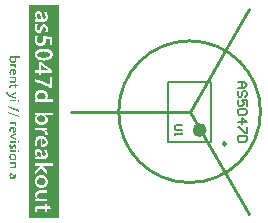
<source format=gto>
G04 Layer_Color=65535*
%FSLAX25Y25*%
%MOIN*%
G70*
G01*
G75*
%ADD20C,0.01000*%
%ADD21C,0.00984*%
%ADD22C,0.02362*%
%ADD23C,0.00787*%
%ADD24C,0.00600*%
G36*
X314753Y244701D02*
X312500D01*
Y245212D01*
X314753D01*
Y244701D01*
D02*
G37*
G36*
X315558Y245251D02*
X315586Y245245D01*
X315619Y245234D01*
X315652Y245217D01*
X315686Y245195D01*
X315719Y245167D01*
X315724Y245162D01*
X315730Y245151D01*
X315747Y245134D01*
X315763Y245106D01*
X315774Y245073D01*
X315791Y245040D01*
X315797Y244995D01*
X315802Y244951D01*
Y244945D01*
Y244929D01*
X315797Y244906D01*
X315791Y244873D01*
X315780Y244840D01*
X315769Y244807D01*
X315747Y244768D01*
X315719Y244734D01*
X315714Y244729D01*
X315702Y244718D01*
X315686Y244707D01*
X315664Y244684D01*
X315630Y244668D01*
X315597Y244657D01*
X315558Y244646D01*
X315514Y244640D01*
X315491D01*
X315469Y244646D01*
X315441Y244651D01*
X315408Y244662D01*
X315375Y244679D01*
X315342Y244701D01*
X315308Y244734D01*
X315303Y244740D01*
X315297Y244751D01*
X315281Y244768D01*
X315269Y244795D01*
X315253Y244829D01*
X315236Y244862D01*
X315231Y244906D01*
X315225Y244951D01*
Y244956D01*
Y244973D01*
X315231Y244995D01*
X315236Y245023D01*
X315258Y245095D01*
X315275Y245134D01*
X315303Y245167D01*
X315308Y245173D01*
X315319Y245178D01*
X315336Y245195D01*
X315358Y245212D01*
X315392Y245228D01*
X315425Y245239D01*
X315469Y245251D01*
X315514Y245256D01*
X315536D01*
X315558Y245251D01*
D02*
G37*
G36*
X314753Y247254D02*
X313177Y246755D01*
X313172D01*
X313149Y246743D01*
X313116Y246738D01*
X313072Y246727D01*
X313027Y246710D01*
X312972Y246699D01*
X312872Y246682D01*
Y246677D01*
X312877D01*
X312900Y246671D01*
X312927D01*
X312972Y246660D01*
X313016Y246655D01*
X313066Y246644D01*
X313166Y246616D01*
X314753Y246094D01*
Y245556D01*
X312500Y246427D01*
Y246976D01*
X314753Y247809D01*
Y247254D01*
D02*
G37*
G36*
Y251050D02*
X314287D01*
Y251039D01*
X314293D01*
X314298Y251034D01*
X314326Y251023D01*
X314370Y251006D01*
X314426Y250984D01*
X314481Y250950D01*
X314542Y250911D01*
X314603Y250867D01*
X314659Y250812D01*
X314665Y250806D01*
X314681Y250784D01*
X314703Y250751D01*
X314726Y250712D01*
X314748Y250656D01*
X314770Y250601D01*
X314787Y250534D01*
X314792Y250462D01*
Y250456D01*
Y250440D01*
Y250412D01*
X314787Y250384D01*
X314775Y250312D01*
X314764Y250279D01*
X314748Y250251D01*
X314265D01*
X314270Y250257D01*
X314276Y250268D01*
X314287Y250290D01*
X314304Y250318D01*
X314315Y250357D01*
X314326Y250401D01*
X314332Y250456D01*
X314337Y250518D01*
Y250529D01*
X314332Y250556D01*
X314326Y250595D01*
X314309Y250651D01*
X314287Y250712D01*
X314248Y250773D01*
X314198Y250839D01*
X314132Y250900D01*
X314121Y250906D01*
X314093Y250923D01*
X314049Y250950D01*
X313987Y250973D01*
X313904Y251000D01*
X313810Y251028D01*
X313699Y251045D01*
X313577Y251050D01*
X312500D01*
Y251561D01*
X314753D01*
Y251050D01*
D02*
G37*
G36*
X313704Y250029D02*
X313749Y250024D01*
X313799Y250018D01*
X313860Y250007D01*
X313921Y249996D01*
X314054Y249957D01*
X314198Y249901D01*
X314270Y249868D01*
X314337Y249824D01*
X314409Y249779D01*
X314470Y249724D01*
X314476Y249718D01*
X314487Y249707D01*
X314504Y249691D01*
X314520Y249668D01*
X314548Y249635D01*
X314576Y249602D01*
X314603Y249557D01*
X314637Y249507D01*
X314698Y249396D01*
X314753Y249263D01*
X314770Y249191D01*
X314787Y249113D01*
X314798Y249030D01*
X314803Y248947D01*
Y248941D01*
Y248925D01*
Y248902D01*
X314798Y248869D01*
X314792Y248830D01*
X314787Y248786D01*
X314764Y248686D01*
X314731Y248569D01*
X314676Y248453D01*
X314642Y248392D01*
X314603Y248336D01*
X314559Y248286D01*
X314504Y248236D01*
X314498Y248231D01*
X314493Y248225D01*
X314476Y248214D01*
X314448Y248198D01*
X314420Y248175D01*
X314381Y248153D01*
X314343Y248131D01*
X314293Y248109D01*
X314237Y248087D01*
X314176Y248064D01*
X314104Y248042D01*
X314032Y248020D01*
X313954Y248003D01*
X313871Y247992D01*
X313776Y247981D01*
X313488D01*
Y249518D01*
X313460D01*
X313438Y249513D01*
X313377Y249507D01*
X313310Y249491D01*
X313227Y249468D01*
X313149Y249430D01*
X313072Y249385D01*
X313000Y249324D01*
X312994Y249313D01*
X312972Y249291D01*
X312949Y249247D01*
X312916Y249191D01*
X312889Y249119D01*
X312861Y249036D01*
X312839Y248936D01*
X312833Y248819D01*
Y248814D01*
Y248802D01*
Y248786D01*
X312839Y248758D01*
Y248725D01*
X312844Y248692D01*
X312861Y248603D01*
X312889Y248497D01*
X312922Y248386D01*
X312977Y248275D01*
X313049Y248159D01*
X312639D01*
Y248164D01*
X312633Y248175D01*
X312622Y248192D01*
X312611Y248214D01*
X312594Y248248D01*
X312578Y248281D01*
X312561Y248325D01*
X312544Y248375D01*
X312528Y248431D01*
X312511Y248492D01*
X312494Y248558D01*
X312478Y248630D01*
X312456Y248791D01*
X312450Y248969D01*
Y248974D01*
Y248991D01*
Y249019D01*
X312456Y249052D01*
X312461Y249091D01*
X312467Y249141D01*
X312489Y249252D01*
X312522Y249380D01*
X312578Y249507D01*
X312617Y249574D01*
X312655Y249635D01*
X312700Y249696D01*
X312755Y249751D01*
X312761Y249757D01*
X312772Y249763D01*
X312789Y249779D01*
X312811Y249796D01*
X312844Y249818D01*
X312883Y249840D01*
X312927Y249868D01*
X312977Y249890D01*
X313033Y249918D01*
X313099Y249946D01*
X313172Y249968D01*
X313249Y249990D01*
X313333Y250007D01*
X313421Y250024D01*
X313516Y250029D01*
X313615Y250035D01*
X313666D01*
X313704Y250029D01*
D02*
G37*
G36*
X314193Y244168D02*
X314232Y244163D01*
X314276Y244157D01*
X314326Y244141D01*
X314376Y244124D01*
X314420Y244096D01*
X314426Y244091D01*
X314442Y244079D01*
X314465Y244063D01*
X314493Y244041D01*
X314526Y244013D01*
X314565Y243974D01*
X314631Y243891D01*
X314637Y243885D01*
X314648Y243869D01*
X314659Y243841D01*
X314681Y243802D01*
X314703Y243758D01*
X314720Y243708D01*
X314759Y243597D01*
Y243591D01*
X314764Y243569D01*
X314775Y243536D01*
X314781Y243491D01*
X314792Y243441D01*
X314798Y243380D01*
X314803Y243252D01*
Y243247D01*
Y243236D01*
Y243225D01*
Y243203D01*
X314798Y243142D01*
X314792Y243064D01*
X314781Y242981D01*
X314764Y242886D01*
X314742Y242786D01*
X314709Y242692D01*
X314259D01*
X314265Y242703D01*
X314287Y242736D01*
X314315Y242781D01*
X314343Y242847D01*
X314376Y242931D01*
X314398Y243019D01*
X314420Y243125D01*
X314426Y243236D01*
Y243241D01*
Y243252D01*
Y243269D01*
Y243297D01*
X314415Y243352D01*
X314404Y243413D01*
Y243419D01*
X314398Y243425D01*
X314392Y243458D01*
X314376Y243502D01*
X314348Y243547D01*
X314343Y243558D01*
X314326Y243580D01*
X314298Y243608D01*
X314265Y243635D01*
X314254Y243641D01*
X314232Y243647D01*
X314198Y243658D01*
X314154Y243663D01*
X314143D01*
X314109Y243658D01*
X314071Y243652D01*
X314032Y243635D01*
X314026Y243630D01*
X314004Y243613D01*
X313971Y243580D01*
X313943Y243541D01*
Y243536D01*
X313937Y243530D01*
X313921Y243502D01*
X313899Y243452D01*
X313871Y243397D01*
Y243391D01*
X313865Y243380D01*
X313860Y243363D01*
X313854Y243341D01*
X313832Y243280D01*
X313804Y243203D01*
Y243197D01*
X313793Y243180D01*
X313782Y243153D01*
X313765Y243114D01*
X313726Y243031D01*
X313682Y242942D01*
Y242936D01*
X313671Y242919D01*
X313660Y242903D01*
X313643Y242875D01*
X313599Y242809D01*
X313543Y242747D01*
X313538Y242742D01*
X313532Y242731D01*
X313516Y242720D01*
X313493Y242698D01*
X313432Y242659D01*
X313360Y242620D01*
X313355D01*
X313344Y242614D01*
X313321Y242603D01*
X313294Y242598D01*
X313260Y242586D01*
X313216Y242581D01*
X313122Y242575D01*
X313094D01*
X313061Y242581D01*
X313022Y242586D01*
X312972Y242592D01*
X312922Y242609D01*
X312872Y242625D01*
X312822Y242653D01*
X312816Y242659D01*
X312800Y242670D01*
X312777Y242686D01*
X312750Y242709D01*
X312716Y242736D01*
X312678Y242775D01*
X312644Y242814D01*
X312611Y242864D01*
X312606Y242869D01*
X312600Y242886D01*
X312583Y242914D01*
X312567Y242953D01*
X312544Y242997D01*
X312522Y243047D01*
X312506Y243108D01*
X312489Y243169D01*
Y243175D01*
X312483Y243197D01*
X312478Y243236D01*
X312472Y243280D01*
X312461Y243336D01*
X312456Y243397D01*
X312450Y243463D01*
Y243536D01*
Y243541D01*
Y243552D01*
Y243569D01*
Y243597D01*
X312456Y243630D01*
Y243663D01*
X312467Y243752D01*
X312478Y243852D01*
X312500Y243957D01*
X312528Y244068D01*
X312567Y244174D01*
X313038D01*
Y244168D01*
X313027Y244163D01*
X313016Y244146D01*
X313005Y244124D01*
X312972Y244063D01*
X312933Y243985D01*
X312889Y243891D01*
X312855Y243785D01*
X312833Y243669D01*
X312822Y243541D01*
Y243536D01*
Y243519D01*
Y243497D01*
X312827Y243469D01*
X312839Y243397D01*
X312855Y243308D01*
X312889Y243225D01*
X312938Y243153D01*
X312966Y243125D01*
X313005Y243103D01*
X313044Y243086D01*
X313094Y243080D01*
X313105D01*
X313138Y243086D01*
X313183Y243097D01*
X313227Y243119D01*
X313238Y243125D01*
X313260Y243147D01*
X313288Y243180D01*
X313321Y243225D01*
Y243230D01*
X313327Y243236D01*
X313349Y243269D01*
X313371Y243319D01*
X313399Y243386D01*
Y243391D01*
X313405Y243402D01*
X313410Y243419D01*
X313421Y243447D01*
X313443Y243508D01*
X313471Y243591D01*
Y243597D01*
X313482Y243613D01*
X313493Y243641D01*
X313505Y243674D01*
X313543Y243752D01*
X313588Y243841D01*
X313593Y243846D01*
X313599Y243858D01*
X313610Y243880D01*
X313627Y243907D01*
X313671Y243963D01*
X313726Y244024D01*
X313732Y244029D01*
X313743Y244035D01*
X313754Y244046D01*
X313776Y244063D01*
X313832Y244102D01*
X313904Y244135D01*
X313910D01*
X313921Y244141D01*
X313943Y244146D01*
X313971Y244152D01*
X314004Y244163D01*
X314043Y244168D01*
X314137Y244174D01*
X314165D01*
X314193Y244168D01*
D02*
G37*
G36*
X314753Y237708D02*
X314376D01*
Y237702D01*
X314381Y237697D01*
X314392Y237691D01*
X314415Y237675D01*
X314442Y237653D01*
X314476Y237630D01*
X314509Y237597D01*
X314548Y237558D01*
X314592Y237514D01*
X314631Y237464D01*
X314670Y237414D01*
X314737Y237286D01*
X314764Y237214D01*
X314787Y237136D01*
X314798Y237059D01*
X314803Y236970D01*
Y236964D01*
Y236953D01*
Y236937D01*
X314798Y236909D01*
X314792Y236842D01*
X314775Y236765D01*
X314748Y236670D01*
X314703Y236581D01*
X314642Y236487D01*
X314609Y236448D01*
X314565Y236409D01*
X314553Y236398D01*
X314520Y236376D01*
X314465Y236348D01*
X314387Y236310D01*
X314293Y236276D01*
X314176Y236243D01*
X314037Y236221D01*
X313876Y236215D01*
X312500D01*
Y236726D01*
X313826D01*
X313865Y236731D01*
X313910Y236737D01*
X313965Y236748D01*
X314082Y236781D01*
X314143Y236803D01*
X314198Y236831D01*
X314254Y236870D01*
X314298Y236914D01*
X314343Y236964D01*
X314370Y237025D01*
X314392Y237092D01*
X314398Y237170D01*
Y237181D01*
Y237209D01*
X314387Y237253D01*
X314376Y237308D01*
X314354Y237369D01*
X314326Y237436D01*
X314282Y237497D01*
X314220Y237558D01*
X314215Y237564D01*
X314187Y237580D01*
X314154Y237608D01*
X314104Y237630D01*
X314037Y237658D01*
X313965Y237686D01*
X313876Y237702D01*
X313782Y237708D01*
X312500D01*
Y238224D01*
X314753D01*
Y237708D01*
D02*
G37*
G36*
X313166Y234517D02*
X313205Y234511D01*
X313255Y234500D01*
X313310Y234484D01*
X313371Y234461D01*
X313438Y234428D01*
X313505Y234389D01*
X313566Y234339D01*
X313632Y234284D01*
X313688Y234211D01*
X313743Y234128D01*
X313788Y234028D01*
X313821Y233912D01*
X313849Y233784D01*
X313943Y233118D01*
X313965D01*
X313987Y233124D01*
X314015D01*
X314054Y233129D01*
X314093Y233140D01*
X314182Y233174D01*
X314226Y233202D01*
X314270Y233229D01*
X314309Y233268D01*
X314348Y233312D01*
X314376Y233362D01*
X314398Y233423D01*
X314415Y233496D01*
X314420Y233573D01*
Y233579D01*
Y233590D01*
Y233612D01*
X314415Y233640D01*
Y233679D01*
X314404Y233718D01*
X314387Y233818D01*
X314354Y233928D01*
X314304Y234051D01*
X314270Y234112D01*
X314237Y234178D01*
X314193Y234239D01*
X314143Y234300D01*
X314592D01*
Y234295D01*
X314603Y234284D01*
X314615Y234267D01*
X314626Y234239D01*
X314642Y234206D01*
X314659Y234162D01*
X314676Y234117D01*
X314698Y234062D01*
X314737Y233945D01*
X314770Y233806D01*
X314792Y233645D01*
X314803Y233479D01*
Y233468D01*
Y233440D01*
X314798Y233401D01*
X314792Y233346D01*
X314775Y233279D01*
X314759Y233207D01*
X314731Y233129D01*
X314698Y233052D01*
X314653Y232974D01*
X314598Y232896D01*
X314531Y232824D01*
X314448Y232757D01*
X314354Y232702D01*
X314243Y232663D01*
X314115Y232635D01*
X313965Y232624D01*
X312500D01*
Y233118D01*
X312850D01*
Y233129D01*
X312844D01*
X312833Y233140D01*
X312811Y233152D01*
X312789Y233174D01*
X312722Y233229D01*
X312650Y233301D01*
X312578Y233396D01*
X312511Y233518D01*
X312489Y233584D01*
X312467Y233651D01*
X312456Y233729D01*
X312450Y233812D01*
Y233818D01*
Y233829D01*
Y233845D01*
X312456Y233868D01*
X312461Y233928D01*
X312472Y234001D01*
X312494Y234084D01*
X312528Y234173D01*
X312567Y234256D01*
X312628Y234334D01*
X312639Y234339D01*
X312661Y234361D01*
X312700Y234395D01*
X312755Y234428D01*
X312822Y234461D01*
X312905Y234495D01*
X313000Y234517D01*
X313105Y234522D01*
X313133D01*
X313166Y234517D01*
D02*
G37*
G36*
X313693Y241055D02*
X313738Y241049D01*
X313793Y241044D01*
X313854Y241033D01*
X313921Y241021D01*
X314065Y240983D01*
X314137Y240955D01*
X314209Y240921D01*
X314282Y240888D01*
X314354Y240844D01*
X314420Y240794D01*
X314481Y240738D01*
X314487Y240733D01*
X314498Y240722D01*
X314509Y240705D01*
X314531Y240677D01*
X314553Y240644D01*
X314581Y240605D01*
X314615Y240561D01*
X314642Y240505D01*
X314670Y240444D01*
X314703Y240378D01*
X314731Y240305D01*
X314753Y240228D01*
X314775Y240144D01*
X314792Y240056D01*
X314798Y239961D01*
X314803Y239861D01*
Y239856D01*
Y239839D01*
Y239811D01*
X314798Y239773D01*
X314792Y239728D01*
X314787Y239678D01*
X314775Y239623D01*
X314764Y239562D01*
X314726Y239428D01*
X314670Y239290D01*
X314637Y239223D01*
X314598Y239162D01*
X314548Y239096D01*
X314493Y239040D01*
X314487Y239035D01*
X314476Y239029D01*
X314459Y239012D01*
X314437Y238996D01*
X314404Y238968D01*
X314365Y238946D01*
X314320Y238918D01*
X314270Y238890D01*
X314209Y238862D01*
X314148Y238835D01*
X314076Y238807D01*
X313999Y238785D01*
X313915Y238768D01*
X313826Y238752D01*
X313732Y238746D01*
X313632Y238740D01*
X313582D01*
X313543Y238746D01*
X313499Y238752D01*
X313443Y238757D01*
X313388Y238768D01*
X313321Y238779D01*
X313188Y238818D01*
X313116Y238846D01*
X313044Y238874D01*
X312972Y238912D01*
X312900Y238957D01*
X312833Y239007D01*
X312772Y239062D01*
X312766Y239068D01*
X312761Y239079D01*
X312744Y239096D01*
X312722Y239118D01*
X312700Y239151D01*
X312672Y239190D01*
X312639Y239234D01*
X312611Y239290D01*
X312583Y239345D01*
X312550Y239412D01*
X312522Y239478D01*
X312500Y239556D01*
X312478Y239639D01*
X312467Y239728D01*
X312456Y239817D01*
X312450Y239917D01*
Y239922D01*
Y239939D01*
Y239967D01*
X312456Y240006D01*
X312461Y240045D01*
X312467Y240100D01*
X312478Y240156D01*
X312489Y240217D01*
X312528Y240350D01*
X312583Y240489D01*
X312617Y240555D01*
X312661Y240622D01*
X312705Y240688D01*
X312761Y240749D01*
X312766Y240755D01*
X312777Y240761D01*
X312794Y240777D01*
X312816Y240799D01*
X312850Y240822D01*
X312889Y240849D01*
X312933Y240877D01*
X312983Y240905D01*
X313044Y240933D01*
X313105Y240960D01*
X313172Y240988D01*
X313249Y241010D01*
X313416Y241049D01*
X313505Y241055D01*
X313599Y241060D01*
X313654D01*
X313693Y241055D01*
D02*
G37*
G36*
X314753Y241582D02*
X312500D01*
Y242092D01*
X314753D01*
Y241582D01*
D02*
G37*
G36*
X315558Y242131D02*
X315586Y242126D01*
X315619Y242115D01*
X315652Y242098D01*
X315686Y242076D01*
X315719Y242048D01*
X315724Y242043D01*
X315730Y242032D01*
X315747Y242015D01*
X315763Y241987D01*
X315774Y241954D01*
X315791Y241920D01*
X315797Y241876D01*
X315802Y241832D01*
Y241826D01*
Y241810D01*
X315797Y241787D01*
X315791Y241754D01*
X315780Y241721D01*
X315769Y241687D01*
X315747Y241649D01*
X315719Y241615D01*
X315714Y241610D01*
X315702Y241599D01*
X315686Y241587D01*
X315664Y241565D01*
X315630Y241549D01*
X315597Y241538D01*
X315558Y241527D01*
X315514Y241521D01*
X315491D01*
X315469Y241527D01*
X315441Y241532D01*
X315408Y241543D01*
X315375Y241560D01*
X315342Y241582D01*
X315308Y241615D01*
X315303Y241621D01*
X315297Y241632D01*
X315281Y241649D01*
X315269Y241676D01*
X315253Y241710D01*
X315236Y241743D01*
X315231Y241787D01*
X315225Y241832D01*
Y241837D01*
Y241854D01*
X315231Y241876D01*
X315236Y241904D01*
X315258Y241976D01*
X315275Y242015D01*
X315303Y242048D01*
X315308Y242054D01*
X315319Y242059D01*
X315336Y242076D01*
X315358Y242092D01*
X315392Y242109D01*
X315425Y242120D01*
X315469Y242131D01*
X315514Y242137D01*
X315536D01*
X315558Y242131D01*
D02*
G37*
G36*
X315652Y253559D02*
Y253087D01*
X311978Y254613D01*
Y255068D01*
X315652Y253559D01*
D02*
G37*
G36*
X313704Y269260D02*
X313749Y269254D01*
X313799Y269249D01*
X313860Y269238D01*
X313921Y269227D01*
X314054Y269188D01*
X314198Y269132D01*
X314270Y269099D01*
X314337Y269054D01*
X314409Y269010D01*
X314470Y268955D01*
X314476Y268949D01*
X314487Y268938D01*
X314504Y268921D01*
X314520Y268899D01*
X314548Y268866D01*
X314576Y268832D01*
X314603Y268788D01*
X314637Y268738D01*
X314698Y268627D01*
X314753Y268494D01*
X314770Y268422D01*
X314787Y268344D01*
X314798Y268261D01*
X314803Y268178D01*
Y268172D01*
Y268155D01*
Y268133D01*
X314798Y268100D01*
X314792Y268061D01*
X314787Y268017D01*
X314764Y267917D01*
X314731Y267800D01*
X314676Y267684D01*
X314642Y267623D01*
X314603Y267567D01*
X314559Y267517D01*
X314504Y267467D01*
X314498Y267462D01*
X314493Y267456D01*
X314476Y267445D01*
X314448Y267428D01*
X314420Y267406D01*
X314381Y267384D01*
X314343Y267362D01*
X314293Y267339D01*
X314237Y267317D01*
X314176Y267295D01*
X314104Y267273D01*
X314032Y267251D01*
X313954Y267234D01*
X313871Y267223D01*
X313776Y267212D01*
X313488D01*
Y268749D01*
X313460D01*
X313438Y268744D01*
X313377Y268738D01*
X313310Y268722D01*
X313227Y268699D01*
X313149Y268660D01*
X313072Y268616D01*
X313000Y268555D01*
X312994Y268544D01*
X312972Y268522D01*
X312949Y268477D01*
X312916Y268422D01*
X312889Y268350D01*
X312861Y268266D01*
X312839Y268166D01*
X312833Y268050D01*
Y268044D01*
Y268033D01*
Y268017D01*
X312839Y267989D01*
Y267955D01*
X312844Y267922D01*
X312861Y267833D01*
X312889Y267728D01*
X312922Y267617D01*
X312977Y267506D01*
X313049Y267389D01*
X312639D01*
Y267395D01*
X312633Y267406D01*
X312622Y267423D01*
X312611Y267445D01*
X312594Y267478D01*
X312578Y267512D01*
X312561Y267556D01*
X312544Y267606D01*
X312528Y267661D01*
X312511Y267722D01*
X312494Y267789D01*
X312478Y267861D01*
X312456Y268022D01*
X312450Y268200D01*
Y268205D01*
Y268222D01*
Y268250D01*
X312456Y268283D01*
X312461Y268322D01*
X312467Y268372D01*
X312489Y268483D01*
X312522Y268610D01*
X312578Y268738D01*
X312617Y268805D01*
X312655Y268866D01*
X312700Y268927D01*
X312755Y268982D01*
X312761Y268988D01*
X312772Y268993D01*
X312789Y269010D01*
X312811Y269027D01*
X312844Y269049D01*
X312883Y269071D01*
X312927Y269099D01*
X312977Y269121D01*
X313033Y269149D01*
X313099Y269177D01*
X313172Y269199D01*
X313249Y269221D01*
X313333Y269238D01*
X313421Y269254D01*
X313516Y269260D01*
X313615Y269265D01*
X313666D01*
X313704Y269260D01*
D02*
G37*
G36*
X314753Y266213D02*
X314376D01*
Y266207D01*
X314381Y266202D01*
X314392Y266196D01*
X314415Y266180D01*
X314442Y266157D01*
X314476Y266135D01*
X314509Y266102D01*
X314548Y266063D01*
X314592Y266019D01*
X314631Y265969D01*
X314670Y265919D01*
X314737Y265791D01*
X314764Y265719D01*
X314787Y265641D01*
X314798Y265564D01*
X314803Y265475D01*
Y265469D01*
Y265458D01*
Y265441D01*
X314798Y265414D01*
X314792Y265347D01*
X314775Y265269D01*
X314748Y265175D01*
X314703Y265086D01*
X314642Y264992D01*
X314609Y264953D01*
X314565Y264914D01*
X314553Y264903D01*
X314520Y264881D01*
X314465Y264853D01*
X314387Y264814D01*
X314293Y264781D01*
X314176Y264748D01*
X314037Y264725D01*
X313876Y264720D01*
X312500D01*
Y265230D01*
X313826D01*
X313865Y265236D01*
X313910Y265242D01*
X313965Y265253D01*
X314082Y265286D01*
X314143Y265308D01*
X314198Y265336D01*
X314254Y265375D01*
X314298Y265419D01*
X314343Y265469D01*
X314370Y265530D01*
X314392Y265597D01*
X314398Y265674D01*
Y265686D01*
Y265713D01*
X314387Y265758D01*
X314376Y265813D01*
X314354Y265874D01*
X314326Y265941D01*
X314282Y266002D01*
X314220Y266063D01*
X314215Y266069D01*
X314187Y266085D01*
X314154Y266113D01*
X314104Y266135D01*
X314037Y266163D01*
X313965Y266191D01*
X313876Y266207D01*
X313782Y266213D01*
X312500D01*
Y266729D01*
X314753D01*
Y266213D01*
D02*
G37*
G36*
Y270281D02*
X314287D01*
Y270270D01*
X314293D01*
X314298Y270264D01*
X314326Y270253D01*
X314370Y270237D01*
X314426Y270214D01*
X314481Y270181D01*
X314542Y270142D01*
X314603Y270098D01*
X314659Y270042D01*
X314665Y270037D01*
X314681Y270015D01*
X314703Y269981D01*
X314726Y269942D01*
X314748Y269887D01*
X314770Y269831D01*
X314787Y269765D01*
X314792Y269693D01*
Y269687D01*
Y269671D01*
Y269643D01*
X314787Y269615D01*
X314775Y269543D01*
X314764Y269510D01*
X314748Y269482D01*
X314265D01*
X314270Y269487D01*
X314276Y269498D01*
X314287Y269521D01*
X314304Y269548D01*
X314315Y269587D01*
X314326Y269632D01*
X314332Y269687D01*
X314337Y269748D01*
Y269759D01*
X314332Y269787D01*
X314326Y269826D01*
X314309Y269881D01*
X314287Y269942D01*
X314248Y270004D01*
X314198Y270070D01*
X314132Y270131D01*
X314121Y270137D01*
X314093Y270153D01*
X314049Y270181D01*
X313987Y270203D01*
X313904Y270231D01*
X313810Y270259D01*
X313699Y270275D01*
X313577Y270281D01*
X312500D01*
Y270792D01*
X314753D01*
Y270281D01*
D02*
G37*
G36*
X329118Y219678D02*
X318898D01*
Y290510D01*
X329118D01*
Y219678D01*
D02*
G37*
G36*
X315836Y272995D02*
X314354D01*
Y272984D01*
X314359Y272978D01*
X314376Y272973D01*
X314398Y272956D01*
X314426Y272934D01*
X314459Y272906D01*
X314498Y272873D01*
X314537Y272834D01*
X314581Y272790D01*
X314620Y272740D01*
X314659Y272684D01*
X314698Y272618D01*
X314731Y272551D01*
X314764Y272473D01*
X314787Y272396D01*
X314798Y272312D01*
X314803Y272218D01*
Y272212D01*
Y272201D01*
Y272179D01*
X314798Y272146D01*
X314792Y272112D01*
X314787Y272068D01*
X314764Y271974D01*
X314731Y271868D01*
X314676Y271757D01*
X314642Y271702D01*
X314598Y271646D01*
X314553Y271596D01*
X314498Y271552D01*
X314493Y271546D01*
X314487Y271541D01*
X314465Y271530D01*
X314442Y271513D01*
X314415Y271497D01*
X314376Y271474D01*
X314332Y271452D01*
X314287Y271430D01*
X314232Y271408D01*
X314171Y271385D01*
X314104Y271363D01*
X314032Y271347D01*
X313871Y271319D01*
X313782Y271308D01*
X313632D01*
X313593Y271313D01*
X313549D01*
X313493Y271324D01*
X313432Y271330D01*
X313366Y271341D01*
X313222Y271374D01*
X313072Y271424D01*
X313000Y271452D01*
X312927Y271491D01*
X312855Y271530D01*
X312789Y271580D01*
X312783Y271585D01*
X312772Y271591D01*
X312755Y271607D01*
X312739Y271630D01*
X312711Y271657D01*
X312683Y271691D01*
X312650Y271730D01*
X312622Y271774D01*
X312556Y271879D01*
X312506Y272007D01*
X312483Y272079D01*
X312467Y272151D01*
X312456Y272235D01*
X312450Y272318D01*
Y272323D01*
Y272335D01*
Y272362D01*
X312456Y272390D01*
X312461Y272429D01*
X312472Y272468D01*
X312494Y272568D01*
X312539Y272673D01*
X312572Y272728D01*
X312606Y272784D01*
X312650Y272840D01*
X312700Y272889D01*
X312755Y272939D01*
X312822Y272984D01*
Y272995D01*
X312500D01*
Y273505D01*
X315836D01*
Y272995D01*
D02*
G37*
G36*
X314753Y263960D02*
X315269D01*
X315419Y263449D01*
X314753D01*
Y262911D01*
X314348D01*
Y263449D01*
X313188D01*
X313155Y263443D01*
X313110Y263438D01*
X313016Y263416D01*
X312972Y263399D01*
X312933Y263377D01*
X312927Y263371D01*
X312922Y263360D01*
X312905Y263344D01*
X312894Y263316D01*
X312877Y263282D01*
X312861Y263238D01*
X312855Y263188D01*
X312850Y263133D01*
Y263127D01*
Y263110D01*
X312855Y263088D01*
X312861Y263055D01*
X312883Y262983D01*
X312900Y262949D01*
X312927Y262911D01*
X312522D01*
X312517Y262916D01*
X312511Y262938D01*
X312500Y262972D01*
X312489Y263011D01*
X312472Y263066D01*
X312461Y263133D01*
X312456Y263210D01*
X312450Y263299D01*
Y263305D01*
Y263327D01*
X312456Y263360D01*
X312461Y263405D01*
X312467Y263455D01*
X312483Y263510D01*
X312500Y263565D01*
X312528Y263627D01*
X312561Y263693D01*
X312606Y263749D01*
X312655Y263804D01*
X312716Y263854D01*
X312789Y263898D01*
X312872Y263932D01*
X312966Y263954D01*
X313077Y263960D01*
X314348D01*
Y264331D01*
X314753D01*
Y263960D01*
D02*
G37*
G36*
X315558Y258981D02*
X315586Y258976D01*
X315619Y258965D01*
X315652Y258948D01*
X315686Y258926D01*
X315719Y258898D01*
X315724Y258892D01*
X315730Y258881D01*
X315747Y258865D01*
X315763Y258837D01*
X315774Y258804D01*
X315791Y258770D01*
X315797Y258726D01*
X315802Y258682D01*
Y258676D01*
Y258659D01*
X315797Y258637D01*
X315791Y258604D01*
X315780Y258571D01*
X315769Y258537D01*
X315747Y258498D01*
X315719Y258465D01*
X315714Y258459D01*
X315702Y258448D01*
X315686Y258437D01*
X315664Y258415D01*
X315630Y258399D01*
X315597Y258387D01*
X315558Y258376D01*
X315514Y258371D01*
X315491D01*
X315469Y258376D01*
X315441Y258382D01*
X315408Y258393D01*
X315375Y258410D01*
X315342Y258432D01*
X315308Y258465D01*
X315303Y258471D01*
X315297Y258482D01*
X315281Y258498D01*
X315269Y258526D01*
X315253Y258559D01*
X315236Y258593D01*
X315231Y258637D01*
X315225Y258682D01*
Y258687D01*
Y258704D01*
X315231Y258726D01*
X315236Y258754D01*
X315258Y258826D01*
X315275Y258865D01*
X315303Y258898D01*
X315308Y258904D01*
X315319Y258909D01*
X315336Y258926D01*
X315358Y258942D01*
X315392Y258959D01*
X315425Y258970D01*
X315469Y258981D01*
X315514Y258987D01*
X315536D01*
X315558Y258981D01*
D02*
G37*
G36*
X315652Y255424D02*
Y254952D01*
X311978Y256478D01*
Y256933D01*
X315652Y255424D01*
D02*
G37*
G36*
X314753Y258432D02*
X312500D01*
Y258942D01*
X314753D01*
Y258432D01*
D02*
G37*
G36*
Y260985D02*
X313116Y260446D01*
X313110D01*
X313099Y260441D01*
X313083D01*
X313061Y260435D01*
X313033Y260430D01*
X312994Y260419D01*
X312949Y260407D01*
Y260397D01*
X312961D01*
X312988Y260385D01*
X313038Y260374D01*
X313072Y260369D01*
X313110Y260358D01*
X314753Y259797D01*
Y259281D01*
X312139Y260297D01*
X312134Y260302D01*
X312111Y260313D01*
X312073Y260330D01*
X312028Y260352D01*
X311978Y260385D01*
X311917Y260424D01*
X311856Y260474D01*
X311790Y260524D01*
X311723Y260585D01*
X311662Y260652D01*
X311601Y260724D01*
X311551Y260807D01*
X311507Y260890D01*
X311468Y260985D01*
X311445Y261079D01*
X311440Y261185D01*
Y261190D01*
Y261212D01*
Y261240D01*
X311445Y261279D01*
X311457Y261368D01*
X311473Y261456D01*
X311895D01*
Y261451D01*
X311890Y261434D01*
X311884Y261412D01*
X311878Y261384D01*
X311862Y261312D01*
X311856Y261234D01*
Y261229D01*
Y261223D01*
X311862Y261185D01*
X311873Y261135D01*
X311890Y261073D01*
X311923Y261001D01*
X311978Y260935D01*
X312006Y260896D01*
X312045Y260863D01*
X312089Y260835D01*
X312139Y260807D01*
X312500Y260657D01*
X314753Y261551D01*
Y260985D01*
D02*
G37*
%LPC*%
G36*
X313849Y249518D02*
Y248475D01*
X313893D01*
X313943Y248481D01*
X314004Y248492D01*
X314071Y248508D01*
X314143Y248531D01*
X314209Y248558D01*
X314270Y248603D01*
X314276Y248608D01*
X314293Y248625D01*
X314320Y248653D01*
X314348Y248697D01*
X314376Y248747D01*
X314404Y248808D01*
X314420Y248875D01*
X314426Y248958D01*
Y248969D01*
Y248991D01*
X314420Y249036D01*
X314404Y249086D01*
X314387Y249141D01*
X314359Y249208D01*
X314320Y249269D01*
X314265Y249330D01*
X314259Y249335D01*
X314237Y249352D01*
X314198Y249380D01*
X314154Y249408D01*
X314093Y249441D01*
X314021Y249474D01*
X313937Y249496D01*
X313849Y249518D01*
D02*
G37*
G36*
X313155Y234034D02*
X313133D01*
X313105Y234028D01*
X313072Y234023D01*
X313038Y234012D01*
X313000Y233990D01*
X312961Y233967D01*
X312922Y233934D01*
X312916Y233928D01*
X312911Y233917D01*
X312894Y233890D01*
X312877Y233862D01*
X312861Y233818D01*
X312850Y233773D01*
X312839Y233718D01*
X312833Y233657D01*
Y233645D01*
Y233618D01*
X312844Y233573D01*
X312855Y233523D01*
X312872Y233462D01*
X312900Y233396D01*
X312938Y233335D01*
X312994Y233274D01*
X313000Y233268D01*
X313022Y233251D01*
X313061Y233224D01*
X313110Y233196D01*
X313172Y233168D01*
X313238Y233140D01*
X313321Y233124D01*
X313410Y233118D01*
X313604D01*
X313538Y233590D01*
Y233601D01*
X313532Y233629D01*
X313527Y233668D01*
X313516Y233712D01*
X313482Y233823D01*
X313460Y233878D01*
X313432Y233923D01*
X313427Y233928D01*
X313416Y233940D01*
X313399Y233956D01*
X313371Y233979D01*
X313333Y234001D01*
X313282Y234017D01*
X313227Y234028D01*
X313155Y234034D01*
D02*
G37*
G36*
X313610Y240539D02*
X313577D01*
X313549Y240533D01*
X313488Y240527D01*
X313405Y240516D01*
X313316Y240494D01*
X313222Y240461D01*
X313133Y240422D01*
X313049Y240361D01*
X313038Y240350D01*
X313016Y240328D01*
X312988Y240289D01*
X312949Y240233D01*
X312911Y240167D01*
X312883Y240089D01*
X312861Y239995D01*
X312850Y239889D01*
Y239884D01*
Y239878D01*
Y239861D01*
X312855Y239839D01*
X312861Y239784D01*
X312877Y239717D01*
X312900Y239645D01*
X312933Y239567D01*
X312983Y239495D01*
X313049Y239428D01*
X313061Y239423D01*
X313088Y239401D01*
X313133Y239379D01*
X313194Y239345D01*
X313277Y239317D01*
X313377Y239290D01*
X313488Y239273D01*
X313621Y239268D01*
X313682D01*
X313749Y239273D01*
X313832Y239290D01*
X313926Y239306D01*
X314021Y239334D01*
X314109Y239373D01*
X314193Y239428D01*
X314204Y239434D01*
X314226Y239456D01*
X314259Y239495D01*
X314298Y239545D01*
X314332Y239612D01*
X314365Y239689D01*
X314387Y239784D01*
X314398Y239889D01*
Y239895D01*
Y239900D01*
Y239917D01*
X314392Y239939D01*
X314387Y239995D01*
X314370Y240061D01*
X314348Y240139D01*
X314309Y240217D01*
X314259Y240294D01*
X314187Y240367D01*
X314176Y240372D01*
X314148Y240394D01*
X314104Y240422D01*
X314037Y240450D01*
X313954Y240483D01*
X313854Y240511D01*
X313738Y240533D01*
X313610Y240539D01*
D02*
G37*
G36*
X313849Y268749D02*
Y267706D01*
X313893D01*
X313943Y267711D01*
X314004Y267722D01*
X314071Y267739D01*
X314143Y267761D01*
X314209Y267789D01*
X314270Y267833D01*
X314276Y267839D01*
X314293Y267856D01*
X314320Y267883D01*
X314348Y267928D01*
X314376Y267978D01*
X314404Y268039D01*
X314420Y268105D01*
X314426Y268189D01*
Y268200D01*
Y268222D01*
X314420Y268266D01*
X314404Y268316D01*
X314387Y268372D01*
X314359Y268438D01*
X314320Y268499D01*
X314265Y268561D01*
X314259Y268566D01*
X314237Y268583D01*
X314198Y268610D01*
X314154Y268638D01*
X314093Y268671D01*
X314021Y268705D01*
X313937Y268727D01*
X313849Y268749D01*
D02*
G37*
G36*
X327118Y254702D02*
X321000D01*
Y253766D01*
X321590D01*
Y253746D01*
X321468Y253664D01*
X321367Y253572D01*
X321275Y253481D01*
X321193Y253379D01*
X321132Y253277D01*
X321071Y253175D01*
X320990Y252982D01*
X320949Y252799D01*
X320929Y252728D01*
X320919Y252656D01*
X320908Y252605D01*
Y252554D01*
Y252534D01*
Y252524D01*
X320919Y252371D01*
X320939Y252219D01*
X320970Y252086D01*
X321010Y251954D01*
X321102Y251720D01*
X321224Y251526D01*
X321275Y251445D01*
X321336Y251374D01*
X321387Y251312D01*
X321438Y251262D01*
X321468Y251221D01*
X321499Y251190D01*
X321519Y251180D01*
X321529Y251170D01*
X321652Y251078D01*
X321784Y251007D01*
X321916Y250936D01*
X322048Y250885D01*
X322323Y250793D01*
X322588Y250732D01*
X322710Y250712D01*
X322822Y250702D01*
X322924Y250681D01*
X323006D01*
X323077Y250671D01*
X323352D01*
X323515Y250692D01*
X323810Y250742D01*
X323942Y250773D01*
X324064Y250814D01*
X324176Y250854D01*
X324278Y250895D01*
X324359Y250936D01*
X324441Y250976D01*
X324512Y251017D01*
X324563Y251048D01*
X324604Y251078D01*
X324644Y251099D01*
X324655Y251109D01*
X324665Y251119D01*
X324767Y251201D01*
X324848Y251292D01*
X324929Y251394D01*
X324991Y251496D01*
X325092Y251699D01*
X325153Y251893D01*
X325194Y252066D01*
X325204Y252147D01*
X325215Y252208D01*
X325225Y252269D01*
Y252310D01*
Y252330D01*
Y252341D01*
X325215Y252514D01*
X325194Y252666D01*
X325153Y252809D01*
X325092Y252951D01*
X325031Y253074D01*
X324960Y253196D01*
X324889Y253298D01*
X324817Y253389D01*
X324736Y253471D01*
X324665Y253542D01*
X324593Y253603D01*
X324533Y253654D01*
X324482Y253695D01*
X324441Y253725D01*
X324410Y253735D01*
X324400Y253746D01*
Y253766D01*
X327118D01*
Y254702D01*
D02*
G37*
G36*
X325133Y249724D02*
X321000D01*
Y248788D01*
X322975D01*
X323199Y248778D01*
X323403Y248747D01*
X323575Y248696D01*
X323728Y248645D01*
X323840Y248605D01*
X323922Y248554D01*
X323973Y248523D01*
X323993Y248513D01*
X324115Y248401D01*
X324207Y248279D01*
X324278Y248167D01*
X324319Y248055D01*
X324349Y247953D01*
X324359Y247882D01*
X324370Y247831D01*
Y247811D01*
X324359Y247699D01*
X324349Y247597D01*
X324329Y247515D01*
X324308Y247444D01*
X324278Y247393D01*
X324258Y247352D01*
X324247Y247332D01*
X324237Y247322D01*
X325123D01*
X325153Y247373D01*
X325174Y247434D01*
X325194Y247566D01*
X325204Y247617D01*
Y247668D01*
Y247699D01*
Y247709D01*
X325194Y247841D01*
X325164Y247963D01*
X325123Y248065D01*
X325082Y248167D01*
X325042Y248238D01*
X325001Y248299D01*
X324970Y248340D01*
X324960Y248350D01*
X324858Y248452D01*
X324746Y248533D01*
X324634Y248605D01*
X324533Y248666D01*
X324431Y248706D01*
X324349Y248737D01*
X324298Y248757D01*
X324288Y248767D01*
X324278D01*
Y248788D01*
X325133D01*
Y249724D01*
D02*
G37*
G36*
X323056Y271540D02*
X322262D01*
Y268924D01*
X321000D01*
Y268008D01*
X322262D01*
Y267153D01*
X323046D01*
Y268008D01*
X326782D01*
Y268954D01*
X326446Y269117D01*
X326294Y269199D01*
X326151Y269280D01*
X326029Y269351D01*
X325927Y269402D01*
X325866Y269443D01*
X325856Y269453D01*
X325846D01*
X325662Y269565D01*
X325489Y269677D01*
X325326Y269789D01*
X325174Y269881D01*
X325052Y269972D01*
X324950Y270034D01*
X324889Y270074D01*
X324879Y270095D01*
X324868D01*
X324695Y270227D01*
X324522Y270349D01*
X324359Y270471D01*
X324217Y270583D01*
X324095Y270675D01*
X324003Y270756D01*
X323942Y270797D01*
X323932Y270817D01*
X323922D01*
X323749Y270950D01*
X323586Y271082D01*
X323443Y271204D01*
X323311Y271316D01*
X323209Y271408D01*
X323128Y271479D01*
X323077Y271520D01*
X323056Y271540D01*
D02*
G37*
G36*
X326782Y266705D02*
X325988D01*
Y263966D01*
X325754Y264088D01*
X325520Y264211D01*
X325306Y264312D01*
X325113Y264414D01*
X324950Y264496D01*
X324879Y264526D01*
X324828Y264557D01*
X324777Y264577D01*
X324746Y264597D01*
X324726Y264608D01*
X324716D01*
X324482Y264720D01*
X324258Y264811D01*
X324054Y264903D01*
X323861Y264984D01*
X323708Y265055D01*
X323637Y265086D01*
X323586Y265106D01*
X323535Y265127D01*
X323504Y265137D01*
X323484Y265147D01*
X323474D01*
X323240Y265229D01*
X323016Y265310D01*
X322812Y265381D01*
X322619Y265442D01*
X322466Y265493D01*
X322395Y265514D01*
X322344Y265534D01*
X322293Y265544D01*
X322262Y265554D01*
X322242Y265564D01*
X322232D01*
X322008Y265626D01*
X321784Y265687D01*
X321570Y265727D01*
X321387Y265768D01*
X321224Y265799D01*
X321163Y265809D01*
X321112Y265819D01*
X321061Y265829D01*
X321030Y265839D01*
X321000D01*
Y264862D01*
X321254Y264821D01*
X321509Y264770D01*
X321733Y264720D01*
X321937Y264679D01*
X322110Y264638D01*
X322181Y264618D01*
X322242Y264597D01*
X322293Y264587D01*
X322323Y264577D01*
X322344Y264567D01*
X322354D01*
X322608Y264496D01*
X322843Y264414D01*
X323066Y264333D01*
X323270Y264261D01*
X323443Y264200D01*
X323515Y264180D01*
X323575Y264149D01*
X323626Y264129D01*
X323657Y264119D01*
X323677Y264109D01*
X323688D01*
X323932Y264007D01*
X324176Y263905D01*
X324390Y263813D01*
X324593Y263722D01*
X324756Y263640D01*
X324828Y263610D01*
X324889Y263579D01*
X324940Y263559D01*
X324970Y263539D01*
X324991Y263528D01*
X325001D01*
X325245Y263406D01*
X325479Y263284D01*
X325703Y263162D01*
X325907Y263060D01*
X326070Y262969D01*
X326141Y262928D01*
X326202Y262897D01*
X326253Y262877D01*
X326283Y262857D01*
X326304Y262836D01*
X326782D01*
Y266705D01*
D02*
G37*
G36*
X323066Y262215D02*
X322965D01*
X322792Y262205D01*
X322629Y262195D01*
X322466Y262175D01*
X322323Y262144D01*
X322191Y262113D01*
X322069Y262073D01*
X321957Y262032D01*
X321855Y261981D01*
X321763Y261940D01*
X321682Y261900D01*
X321611Y261859D01*
X321560Y261828D01*
X321519Y261798D01*
X321489Y261777D01*
X321468Y261757D01*
X321458D01*
X321367Y261666D01*
X321275Y261574D01*
X321204Y261472D01*
X321143Y261370D01*
X321041Y261167D01*
X320980Y260973D01*
X320939Y260800D01*
X320929Y260729D01*
X320919Y260658D01*
X320908Y260607D01*
Y260566D01*
Y260546D01*
Y260536D01*
X320919Y260363D01*
X320939Y260200D01*
X320980Y260057D01*
X321030Y259915D01*
X321092Y259792D01*
X321153Y259680D01*
X321224Y259579D01*
X321305Y259487D01*
X321377Y259406D01*
X321448Y259334D01*
X321509Y259273D01*
X321570Y259222D01*
X321621Y259192D01*
X321662Y259161D01*
X321682Y259141D01*
X321692D01*
Y259120D01*
X321000D01*
Y258184D01*
X327118D01*
Y259120D01*
X324553D01*
Y259141D01*
X324675Y259212D01*
X324777Y259304D01*
X324868Y259395D01*
X324940Y259487D01*
X325011Y259589D01*
X325062Y259691D01*
X325143Y259884D01*
X325194Y260067D01*
X325204Y260149D01*
X325215Y260220D01*
X325225Y260271D01*
Y260312D01*
Y260342D01*
Y260352D01*
X325215Y260505D01*
X325194Y260658D01*
X325164Y260790D01*
X325133Y260922D01*
X325031Y261157D01*
X324919Y261350D01*
X324858Y261431D01*
X324797Y261503D01*
X324746Y261564D01*
X324706Y261615D01*
X324665Y261655D01*
X324634Y261686D01*
X324614Y261696D01*
X324604Y261706D01*
X324482Y261798D01*
X324359Y261869D01*
X324227Y261940D01*
X324095Y262001D01*
X323820Y262093D01*
X323555Y262154D01*
X323433Y262175D01*
X323321Y262185D01*
X323219Y262195D01*
X323138Y262205D01*
X323066Y262215D01*
D02*
G37*
G36*
X323138Y246925D02*
X323046D01*
X322863Y246915D01*
X322690Y246904D01*
X322527Y246874D01*
X322374Y246843D01*
X322232Y246803D01*
X322099Y246762D01*
X321977Y246711D01*
X321876Y246660D01*
X321784Y246620D01*
X321702Y246569D01*
X321631Y246528D01*
X321570Y246487D01*
X321529Y246457D01*
X321499Y246426D01*
X321479Y246416D01*
X321468Y246406D01*
X321367Y246304D01*
X321285Y246192D01*
X321214Y246080D01*
X321143Y245958D01*
X321041Y245724D01*
X320980Y245490D01*
X320939Y245286D01*
X320929Y245194D01*
X320919Y245123D01*
X320908Y245062D01*
Y245011D01*
Y244981D01*
Y244970D01*
X320919Y244645D01*
X320959Y244349D01*
X320990Y244217D01*
X321020Y244095D01*
X321051Y243983D01*
X321081Y243881D01*
X321112Y243789D01*
X321143Y243708D01*
X321173Y243647D01*
X321204Y243586D01*
X321224Y243545D01*
X321244Y243515D01*
X321254Y243494D01*
Y243484D01*
X322008D01*
X321876Y243698D01*
X321774Y243901D01*
X321713Y244105D01*
X321662Y244298D01*
X321631Y244461D01*
X321621Y244522D01*
Y244584D01*
X321611Y244634D01*
Y244665D01*
Y244685D01*
Y244695D01*
X321621Y244909D01*
X321662Y245093D01*
X321713Y245245D01*
X321763Y245377D01*
X321825Y245479D01*
X321865Y245561D01*
X321906Y245602D01*
X321916Y245622D01*
X322048Y245734D01*
X322191Y245815D01*
X322334Y245886D01*
X322486Y245927D01*
X322608Y245958D01*
X322720Y245968D01*
X322761Y245978D01*
X322812D01*
Y243158D01*
X323341D01*
X323515Y243179D01*
X323667Y243199D01*
X323810Y243230D01*
X323942Y243270D01*
X324074Y243311D01*
X324186Y243352D01*
X324288Y243392D01*
X324380Y243433D01*
X324451Y243474D01*
X324522Y243515D01*
X324573Y243555D01*
X324624Y243586D01*
X324655Y243606D01*
X324665Y243616D01*
X324675Y243627D01*
X324777Y243718D01*
X324858Y243810D01*
X324929Y243912D01*
X324991Y244024D01*
X325092Y244237D01*
X325153Y244451D01*
X325194Y244634D01*
X325204Y244716D01*
X325215Y244787D01*
X325225Y244848D01*
Y244889D01*
Y244919D01*
Y244930D01*
X325215Y245082D01*
X325194Y245235D01*
X325164Y245377D01*
X325133Y245510D01*
X325031Y245754D01*
X324919Y245958D01*
X324858Y246049D01*
X324807Y246131D01*
X324756Y246192D01*
X324706Y246253D01*
X324675Y246294D01*
X324644Y246324D01*
X324624Y246345D01*
X324614Y246355D01*
X324502Y246457D01*
X324370Y246538D01*
X324247Y246620D01*
X324115Y246681D01*
X323850Y246782D01*
X323606Y246854D01*
X323494Y246874D01*
X323382Y246894D01*
X323290Y246904D01*
X323209Y246915D01*
X323138Y246925D01*
D02*
G37*
G36*
X323117Y233884D02*
X323016D01*
X322843Y233874D01*
X322680Y233864D01*
X322374Y233793D01*
X322232Y233752D01*
X322110Y233701D01*
X321998Y233650D01*
X321886Y233599D01*
X321794Y233548D01*
X321713Y233498D01*
X321641Y233447D01*
X321580Y233406D01*
X321539Y233365D01*
X321509Y233335D01*
X321489Y233324D01*
X321479Y233314D01*
X321377Y233202D01*
X321295Y233080D01*
X321214Y232958D01*
X321153Y232836D01*
X321051Y232581D01*
X320980Y232337D01*
X320959Y232225D01*
X320939Y232123D01*
X320929Y232021D01*
X320919Y231950D01*
X320908Y231879D01*
Y231828D01*
Y231797D01*
Y231787D01*
X320919Y231604D01*
X320939Y231441D01*
X320959Y231278D01*
X321000Y231125D01*
X321041Y230983D01*
X321092Y230861D01*
X321153Y230739D01*
X321204Y230637D01*
X321254Y230535D01*
X321316Y230454D01*
X321367Y230382D01*
X321407Y230321D01*
X321448Y230281D01*
X321479Y230250D01*
X321489Y230230D01*
X321499Y230220D01*
X321611Y230118D01*
X321733Y230026D01*
X321865Y229945D01*
X321998Y229873D01*
X322130Y229822D01*
X322262Y229772D01*
X322507Y229700D01*
X322629Y229680D01*
X322731Y229660D01*
X322832Y229649D01*
X322914Y229639D01*
X322985Y229629D01*
X323077D01*
X323260Y229639D01*
X323433Y229649D01*
X323596Y229680D01*
X323749Y229711D01*
X323891Y229751D01*
X324024Y229802D01*
X324135Y229853D01*
X324247Y229904D01*
X324339Y229955D01*
X324420Y230006D01*
X324492Y230046D01*
X324553Y230097D01*
X324593Y230128D01*
X324624Y230158D01*
X324644Y230169D01*
X324655Y230179D01*
X324756Y230281D01*
X324848Y230403D01*
X324919Y230515D01*
X324980Y230637D01*
X325082Y230891D01*
X325153Y231136D01*
X325174Y231248D01*
X325194Y231349D01*
X325204Y231441D01*
X325215Y231522D01*
X325225Y231594D01*
Y231645D01*
Y231675D01*
Y231685D01*
X325215Y231869D01*
X325204Y232042D01*
X325174Y232205D01*
X325133Y232357D01*
X325092Y232500D01*
X325042Y232632D01*
X324980Y232754D01*
X324929Y232866D01*
X324879Y232968D01*
X324817Y233050D01*
X324767Y233121D01*
X324726Y233182D01*
X324685Y233233D01*
X324665Y233263D01*
X324644Y233284D01*
X324634Y233294D01*
X324522Y233396D01*
X324400Y233487D01*
X324268Y233569D01*
X324135Y233630D01*
X324003Y233691D01*
X323871Y233742D01*
X323606Y233813D01*
X323484Y233833D01*
X323372Y233854D01*
X323270Y233864D01*
X323189Y233874D01*
X323117Y233884D01*
D02*
G37*
G36*
X325133Y224285D02*
X324390D01*
Y223603D01*
X322059D01*
X321855Y223592D01*
X321682Y223552D01*
X321529Y223491D01*
X321397Y223409D01*
X321285Y223318D01*
X321193Y223216D01*
X321112Y223114D01*
X321051Y222992D01*
X321000Y222880D01*
X320970Y222778D01*
X320939Y222676D01*
X320929Y222585D01*
X320919Y222503D01*
X320908Y222442D01*
Y222401D01*
Y222391D01*
X320919Y222228D01*
X320929Y222086D01*
X320949Y221964D01*
X320980Y221862D01*
X321000Y221791D01*
X321020Y221729D01*
X321030Y221689D01*
X321041Y221678D01*
X321784D01*
X321733Y221750D01*
X321702Y221811D01*
X321662Y221943D01*
X321652Y222004D01*
X321641Y222045D01*
Y222076D01*
Y222086D01*
X321652Y222187D01*
X321662Y222279D01*
X321692Y222360D01*
X321723Y222422D01*
X321743Y222473D01*
X321774Y222503D01*
X321784Y222523D01*
X321794Y222534D01*
X321865Y222574D01*
X321947Y222605D01*
X322120Y222646D01*
X322201Y222656D01*
X322262Y222666D01*
X324390D01*
Y221678D01*
X325133D01*
Y222666D01*
X326355D01*
X326080Y223603D01*
X325133D01*
Y224285D01*
D02*
G37*
G36*
Y228764D02*
X322497D01*
X322354Y228743D01*
X322079Y228703D01*
X321845Y228631D01*
X321652Y228530D01*
X321479Y228428D01*
X321336Y228295D01*
X321224Y228163D01*
X321132Y228031D01*
X321051Y227899D01*
X321000Y227766D01*
X320959Y227634D01*
X320939Y227522D01*
X320919Y227430D01*
X320908Y227359D01*
Y227318D01*
Y227298D01*
X320919Y227145D01*
X320939Y226992D01*
X320980Y226860D01*
X321020Y226738D01*
X321081Y226616D01*
X321143Y226514D01*
X321214Y226422D01*
X321285Y226341D01*
X321417Y226198D01*
X321539Y226107D01*
X321580Y226066D01*
X321621Y226046D01*
X321641Y226025D01*
X321652D01*
Y226015D01*
X321000D01*
Y225079D01*
X325133D01*
Y226015D01*
X322751D01*
X322578Y226025D01*
X322415Y226056D01*
X322283Y226097D01*
X322161Y226148D01*
X322069Y226198D01*
X321998Y226239D01*
X321957Y226270D01*
X321947Y226280D01*
X321845Y226382D01*
X321774Y226494D01*
X321713Y226616D01*
X321682Y226718D01*
X321662Y226819D01*
X321652Y226891D01*
X321641Y226941D01*
Y226962D01*
X321652Y227115D01*
X321692Y227247D01*
X321743Y227359D01*
X321814Y227461D01*
X321896Y227542D01*
X321998Y227613D01*
X322089Y227675D01*
X322201Y227715D01*
X322405Y227776D01*
X322497Y227797D01*
X322578Y227817D01*
X322649D01*
X322700Y227827D01*
X325133D01*
Y228764D01*
D02*
G37*
G36*
X322161Y242578D02*
X322110D01*
X321916Y242568D01*
X321743Y242527D01*
X321590Y242466D01*
X321468Y242405D01*
X321367Y242344D01*
X321295Y242283D01*
X321254Y242242D01*
X321234Y242232D01*
X321122Y242089D01*
X321051Y241937D01*
X320990Y241774D01*
X320949Y241621D01*
X320929Y241489D01*
X320919Y241377D01*
X320908Y241336D01*
Y241305D01*
Y241285D01*
Y241275D01*
X320919Y241122D01*
X320939Y240980D01*
X320980Y240858D01*
X321020Y240735D01*
X321143Y240511D01*
X321275Y240338D01*
X321407Y240206D01*
X321529Y240104D01*
X321570Y240064D01*
X321611Y240043D01*
X321631Y240023D01*
X321641D01*
Y240002D01*
X321000D01*
Y239096D01*
X323688D01*
X323962Y239117D01*
X324197Y239168D01*
X324400Y239239D01*
X324573Y239341D01*
X324726Y239463D01*
X324848Y239595D01*
X324950Y239738D01*
X325031Y239880D01*
X325092Y240023D01*
X325143Y240165D01*
X325174Y240298D01*
X325204Y240420D01*
X325215Y240522D01*
X325225Y240593D01*
Y240644D01*
Y240664D01*
X325204Y240970D01*
X325164Y241265D01*
X325102Y241519D01*
X325031Y241733D01*
X324991Y241835D01*
X324960Y241916D01*
X324929Y241998D01*
X324899Y242059D01*
X324879Y242110D01*
X324858Y242140D01*
X324838Y242161D01*
Y242171D01*
X324013D01*
X324105Y242059D01*
X324186Y241947D01*
X324247Y241825D01*
X324308Y241713D01*
X324400Y241489D01*
X324461Y241285D01*
X324492Y241102D01*
X324512Y241031D01*
Y240959D01*
X324522Y240909D01*
Y240868D01*
Y240847D01*
Y240837D01*
X324512Y240695D01*
X324482Y240562D01*
X324441Y240450D01*
X324390Y240359D01*
X324319Y240277D01*
X324247Y240206D01*
X324166Y240155D01*
X324084Y240104D01*
X323922Y240043D01*
X323850Y240023D01*
X323779Y240013D01*
X323728D01*
X323688Y240002D01*
X323647D01*
X323474Y241224D01*
X323423Y241458D01*
X323362Y241672D01*
X323280Y241855D01*
X323179Y242008D01*
X323077Y242140D01*
X322955Y242242D01*
X322843Y242334D01*
X322720Y242405D01*
X322598Y242466D01*
X322486Y242507D01*
X322385Y242537D01*
X322293Y242558D01*
X322222Y242568D01*
X322161Y242578D01*
D02*
G37*
G36*
X327118Y237956D02*
X321000D01*
Y237010D01*
X322985D01*
Y236999D01*
X321000Y235391D01*
Y234200D01*
X323138Y236063D01*
X325133Y234353D01*
Y235483D01*
X323240Y236999D01*
Y237010D01*
X327118D01*
Y237956D01*
D02*
G37*
G36*
X322161Y288510D02*
X322110D01*
X321916Y288500D01*
X321743Y288459D01*
X321590Y288398D01*
X321468Y288337D01*
X321367Y288276D01*
X321295Y288215D01*
X321254Y288174D01*
X321234Y288164D01*
X321122Y288021D01*
X321051Y287869D01*
X320990Y287706D01*
X320949Y287553D01*
X320929Y287421D01*
X320919Y287309D01*
X320908Y287268D01*
Y287238D01*
Y287217D01*
Y287207D01*
X320919Y287054D01*
X320939Y286912D01*
X320980Y286790D01*
X321020Y286668D01*
X321143Y286444D01*
X321275Y286271D01*
X321407Y286138D01*
X321529Y286036D01*
X321570Y285996D01*
X321611Y285975D01*
X321631Y285955D01*
X321641D01*
Y285935D01*
X321000D01*
Y285029D01*
X323688D01*
X323962Y285049D01*
X324197Y285100D01*
X324400Y285171D01*
X324573Y285273D01*
X324726Y285395D01*
X324848Y285527D01*
X324950Y285670D01*
X325031Y285812D01*
X325092Y285955D01*
X325143Y286098D01*
X325174Y286230D01*
X325204Y286352D01*
X325215Y286454D01*
X325225Y286525D01*
Y286576D01*
Y286596D01*
X325204Y286902D01*
X325164Y287197D01*
X325102Y287452D01*
X325031Y287665D01*
X324991Y287767D01*
X324960Y287848D01*
X324929Y287930D01*
X324899Y287991D01*
X324879Y288042D01*
X324858Y288072D01*
X324838Y288093D01*
Y288103D01*
X324013D01*
X324105Y287991D01*
X324186Y287879D01*
X324247Y287757D01*
X324308Y287645D01*
X324400Y287421D01*
X324461Y287217D01*
X324492Y287034D01*
X324512Y286963D01*
Y286892D01*
X324522Y286841D01*
Y286800D01*
Y286780D01*
Y286769D01*
X324512Y286627D01*
X324482Y286494D01*
X324441Y286383D01*
X324390Y286291D01*
X324319Y286210D01*
X324247Y286138D01*
X324166Y286087D01*
X324084Y286036D01*
X323922Y285975D01*
X323850Y285955D01*
X323779Y285945D01*
X323728D01*
X323688Y285935D01*
X323647D01*
X323474Y287156D01*
X323423Y287390D01*
X323362Y287604D01*
X323280Y287787D01*
X323179Y287940D01*
X323077Y288072D01*
X322955Y288174D01*
X322843Y288266D01*
X322720Y288337D01*
X322598Y288398D01*
X322486Y288439D01*
X322385Y288470D01*
X322293Y288490D01*
X322222Y288500D01*
X322161Y288510D01*
D02*
G37*
G36*
X324054Y284143D02*
X324003D01*
X323830Y284133D01*
X323759Y284123D01*
X323698Y284102D01*
X323647Y284092D01*
X323606Y284082D01*
X323586Y284072D01*
X323575D01*
X323443Y284011D01*
X323341Y283939D01*
X323301Y283909D01*
X323280Y283889D01*
X323260Y283878D01*
X323250Y283868D01*
X323148Y283756D01*
X323066Y283654D01*
X323036Y283603D01*
X323016Y283563D01*
X323006Y283542D01*
X322995Y283532D01*
X322914Y283369D01*
X322843Y283227D01*
X322822Y283166D01*
X322802Y283115D01*
X322781Y283084D01*
Y283074D01*
X322731Y282921D01*
X322690Y282809D01*
X322670Y282758D01*
X322659Y282728D01*
X322649Y282708D01*
Y282697D01*
X322598Y282575D01*
X322557Y282484D01*
X322517Y282422D01*
X322507Y282412D01*
Y282402D01*
X322446Y282321D01*
X322395Y282260D01*
X322354Y282219D01*
X322334Y282209D01*
X322252Y282168D01*
X322171Y282148D01*
X322110Y282137D01*
X322089D01*
X321998Y282148D01*
X321926Y282178D01*
X321855Y282219D01*
X321804Y282270D01*
X321713Y282402D01*
X321652Y282555D01*
X321621Y282718D01*
X321601Y282850D01*
X321590Y282901D01*
Y282942D01*
Y282972D01*
Y282982D01*
X321611Y283217D01*
X321652Y283430D01*
X321713Y283624D01*
X321794Y283797D01*
X321865Y283939D01*
X321926Y284051D01*
X321947Y284092D01*
X321967Y284123D01*
X321988Y284133D01*
Y284143D01*
X321122D01*
X321051Y283949D01*
X321000Y283746D01*
X320959Y283553D01*
X320939Y283369D01*
X320919Y283206D01*
Y283145D01*
X320908Y283084D01*
Y283033D01*
Y283003D01*
Y282982D01*
Y282972D01*
Y282840D01*
X320919Y282718D01*
X320929Y282606D01*
X320949Y282504D01*
X320959Y282422D01*
X320970Y282351D01*
X320980Y282311D01*
Y282300D01*
X321010Y282188D01*
X321041Y282076D01*
X321081Y281985D01*
X321122Y281903D01*
X321153Y281832D01*
X321183Y281781D01*
X321193Y281751D01*
X321204Y281740D01*
X321265Y281649D01*
X321326Y281578D01*
X321397Y281506D01*
X321458Y281455D01*
X321509Y281415D01*
X321550Y281384D01*
X321580Y281364D01*
X321590Y281354D01*
X321682Y281303D01*
X321774Y281272D01*
X321865Y281242D01*
X321957Y281231D01*
X322028Y281221D01*
X322089Y281211D01*
X322140D01*
X322313Y281221D01*
X322395Y281231D01*
X322456Y281252D01*
X322507Y281262D01*
X322547Y281282D01*
X322568Y281293D01*
X322578D01*
X322710Y281364D01*
X322822Y281435D01*
X322863Y281476D01*
X322894Y281496D01*
X322904Y281517D01*
X322914Y281527D01*
X323016Y281639D01*
X323097Y281761D01*
X323128Y281812D01*
X323148Y281842D01*
X323168Y281873D01*
Y281883D01*
X323250Y282046D01*
X323321Y282199D01*
X323352Y282270D01*
X323372Y282321D01*
X323392Y282351D01*
Y282362D01*
X323443Y282504D01*
X323484Y282616D01*
X323494Y282657D01*
X323504Y282687D01*
X323515Y282708D01*
Y282718D01*
X323565Y282820D01*
X323606Y282911D01*
X323637Y282962D01*
X323647Y282972D01*
Y282982D01*
X323698Y283054D01*
X323759Y283115D01*
X323799Y283145D01*
X323810Y283155D01*
X323881Y283186D01*
X323952Y283196D01*
X324013Y283206D01*
X324034D01*
X324115Y283196D01*
X324176Y283176D01*
X324217Y283166D01*
X324237Y283155D01*
X324298Y283105D01*
X324349Y283054D01*
X324380Y283013D01*
X324390Y282993D01*
X324441Y282911D01*
X324471Y282830D01*
X324482Y282769D01*
X324492Y282758D01*
Y282748D01*
X324512Y282636D01*
X324533Y282535D01*
Y282484D01*
Y282453D01*
Y282433D01*
Y282422D01*
X324522Y282219D01*
X324482Y282026D01*
X324441Y281863D01*
X324380Y281710D01*
X324329Y281588D01*
X324278Y281506D01*
X324237Y281445D01*
X324227Y281425D01*
X325052D01*
X325113Y281598D01*
X325153Y281781D01*
X325184Y281954D01*
X325204Y282107D01*
X325215Y282249D01*
X325225Y282362D01*
Y282402D01*
Y282422D01*
Y282443D01*
Y282453D01*
X325215Y282687D01*
X325204Y282799D01*
X325184Y282891D01*
X325174Y282972D01*
X325153Y283033D01*
X325143Y283074D01*
Y283084D01*
X325072Y283288D01*
X325042Y283380D01*
X325001Y283461D01*
X324960Y283532D01*
X324940Y283583D01*
X324919Y283614D01*
X324909Y283624D01*
X324787Y283776D01*
X324716Y283848D01*
X324655Y283899D01*
X324604Y283939D01*
X324563Y283970D01*
X324533Y283990D01*
X324522Y284000D01*
X324441Y284051D01*
X324349Y284082D01*
X324258Y284112D01*
X324176Y284123D01*
X324105Y284133D01*
X324054Y284143D01*
D02*
G37*
G36*
X323911Y276029D02*
X323769D01*
X323515Y276019D01*
X323280Y276009D01*
X323056Y275979D01*
X322853Y275948D01*
X322659Y275907D01*
X322486Y275867D01*
X322323Y275826D01*
X322181Y275775D01*
X322059Y275724D01*
X321947Y275683D01*
X321855Y275643D01*
X321774Y275602D01*
X321723Y275571D01*
X321672Y275541D01*
X321652Y275531D01*
X321641Y275520D01*
X321509Y275419D01*
X321397Y275317D01*
X321305Y275205D01*
X321214Y275083D01*
X321143Y274971D01*
X321092Y274849D01*
X321041Y274737D01*
X321000Y274625D01*
X320949Y274421D01*
X320929Y274329D01*
X320919Y274258D01*
Y274197D01*
X320908Y274146D01*
Y274116D01*
Y274106D01*
X320919Y273932D01*
X320939Y273759D01*
X320980Y273607D01*
X321030Y273464D01*
X321081Y273332D01*
X321153Y273200D01*
X321224Y273088D01*
X321295Y272986D01*
X321367Y272894D01*
X321428Y272823D01*
X321499Y272751D01*
X321550Y272701D01*
X321601Y272650D01*
X321641Y272619D01*
X321662Y272609D01*
X321672Y272599D01*
X321825Y272507D01*
X321988Y272416D01*
X322171Y272344D01*
X322344Y272283D01*
X322720Y272192D01*
X323087Y272131D01*
X323250Y272100D01*
X323403Y272090D01*
X323545Y272080D01*
X323667Y272070D01*
X323769Y272059D01*
X323911D01*
X324186Y272070D01*
X324431Y272080D01*
X324675Y272110D01*
X324889Y272141D01*
X325102Y272182D01*
X325286Y272232D01*
X325469Y272293D01*
X325632Y272355D01*
X325785Y272426D01*
X325917Y272507D01*
X326049Y272579D01*
X326161Y272660D01*
X326263Y272751D01*
X326355Y272833D01*
X326518Y273016D01*
X326640Y273200D01*
X326731Y273362D01*
X326792Y273525D01*
X326833Y273678D01*
X326864Y273800D01*
X326874Y273892D01*
X326884Y273953D01*
Y273963D01*
Y273973D01*
X326874Y274156D01*
X326853Y274329D01*
X326813Y274482D01*
X326762Y274635D01*
X326701Y274767D01*
X326629Y274889D01*
X326558Y275011D01*
X326487Y275113D01*
X326416Y275205D01*
X326344Y275276D01*
X326273Y275347D01*
X326212Y275398D01*
X326161Y275449D01*
X326120Y275480D01*
X326100Y275490D01*
X326090Y275500D01*
X325937Y275592D01*
X325764Y275673D01*
X325581Y275745D01*
X325398Y275805D01*
X325011Y275897D01*
X324634Y275958D01*
X324461Y275989D01*
X324298Y275999D01*
X324146Y276009D01*
X324024Y276019D01*
X323911Y276029D01*
D02*
G37*
G36*
X322028Y280305D02*
X321132D01*
X321051Y280132D01*
X321000Y279928D01*
X320959Y279725D01*
X320929Y279521D01*
X320908Y279328D01*
Y279246D01*
X320898Y279185D01*
Y279124D01*
Y279083D01*
Y279053D01*
Y279043D01*
X320908Y278859D01*
X320919Y278686D01*
X320949Y278524D01*
X320980Y278371D01*
X321020Y278228D01*
X321061Y278096D01*
X321102Y277984D01*
X321153Y277872D01*
X321204Y277781D01*
X321244Y277699D01*
X321285Y277628D01*
X321326Y277567D01*
X321356Y277526D01*
X321387Y277495D01*
X321397Y277475D01*
X321407Y277465D01*
X321509Y277363D01*
X321621Y277272D01*
X321733Y277200D01*
X321845Y277129D01*
X321957Y277068D01*
X322069Y277027D01*
X322293Y276956D01*
X322486Y276915D01*
X322578Y276905D01*
X322649Y276895D01*
X322710Y276885D01*
X322792D01*
X322944Y276895D01*
X323077Y276905D01*
X323331Y276966D01*
X323555Y277047D01*
X323738Y277139D01*
X323881Y277231D01*
X323942Y277272D01*
X323993Y277312D01*
X324024Y277343D01*
X324054Y277373D01*
X324064Y277383D01*
X324074Y277394D01*
X324156Y277495D01*
X324237Y277597D01*
X324349Y277821D01*
X324441Y278055D01*
X324492Y278290D01*
X324533Y278493D01*
X324543Y278585D01*
Y278656D01*
X324553Y278717D01*
Y278768D01*
Y278799D01*
Y278809D01*
Y278982D01*
X324543Y279073D01*
Y279155D01*
Y279216D01*
X324533Y279267D01*
Y279308D01*
Y279318D01*
X325988Y279216D01*
Y277149D01*
X326782D01*
Y280000D01*
X323738Y280203D01*
X323749Y280071D01*
X323759Y279959D01*
Y279847D01*
X323769Y279755D01*
X323779Y279592D01*
Y279460D01*
X323789Y279368D01*
Y279308D01*
Y279267D01*
Y279257D01*
X323779Y279012D01*
X323749Y278809D01*
X323698Y278625D01*
X323657Y278473D01*
X323606Y278361D01*
X323555Y278279D01*
X323525Y278228D01*
X323515Y278208D01*
X323403Y278086D01*
X323280Y277994D01*
X323148Y277933D01*
X323026Y277882D01*
X322924Y277862D01*
X322832Y277852D01*
X322771Y277841D01*
X322751D01*
X322568Y277862D01*
X322405Y277903D01*
X322272Y277954D01*
X322150Y278025D01*
X322059Y278096D01*
X321998Y278147D01*
X321947Y278188D01*
X321937Y278208D01*
X321835Y278350D01*
X321763Y278503D01*
X321713Y278666D01*
X321682Y278819D01*
X321662Y278951D01*
X321641Y279053D01*
Y279094D01*
Y279124D01*
Y279145D01*
Y279155D01*
X321662Y279368D01*
X321702Y279582D01*
X321763Y279776D01*
X321835Y279949D01*
X321906Y280091D01*
X321967Y280203D01*
X321998Y280244D01*
X322008Y280275D01*
X322028Y280295D01*
Y280305D01*
D02*
G37*
%LPD*%
G36*
X323433Y253756D02*
X323606Y253715D01*
X323749Y253674D01*
X323881Y253613D01*
X323983Y253562D01*
X324064Y253511D01*
X324105Y253481D01*
X324125Y253471D01*
X324247Y253348D01*
X324329Y253216D01*
X324390Y253074D01*
X324441Y252951D01*
X324461Y252829D01*
X324471Y252738D01*
X324482Y252677D01*
Y252666D01*
Y252656D01*
X324471Y252493D01*
X324431Y252341D01*
X324370Y252219D01*
X324308Y252106D01*
X324247Y252025D01*
X324186Y251964D01*
X324146Y251923D01*
X324135Y251913D01*
X323993Y251821D01*
X323840Y251750D01*
X323677Y251710D01*
X323525Y251669D01*
X323392Y251648D01*
X323280Y251638D01*
X323179D01*
X322924Y251648D01*
X322700Y251679D01*
X322507Y251730D01*
X322344Y251781D01*
X322211Y251842D01*
X322120Y251883D01*
X322069Y251923D01*
X322048Y251933D01*
X321916Y252056D01*
X321814Y252188D01*
X321743Y252320D01*
X321692Y252453D01*
X321662Y252565D01*
X321652Y252666D01*
X321641Y252728D01*
Y252738D01*
Y252748D01*
X321652Y252911D01*
X321692Y253053D01*
X321743Y253175D01*
X321804Y253277D01*
X321855Y253369D01*
X321906Y253430D01*
X321947Y253471D01*
X321957Y253481D01*
X322079Y253572D01*
X322211Y253644D01*
X322334Y253695D01*
X322456Y253725D01*
X322557Y253746D01*
X322649Y253766D01*
X323240D01*
X323433Y253756D01*
D02*
G37*
G36*
X323219Y270451D02*
X323403Y270308D01*
X323575Y270176D01*
X323738Y270054D01*
X323881Y269942D01*
X323993Y269860D01*
X324034Y269830D01*
X324064Y269810D01*
X324084Y269789D01*
X324095D01*
X324329Y269626D01*
X324563Y269474D01*
X324797Y269331D01*
X325011Y269199D01*
X325194Y269087D01*
X325276Y269036D01*
X325347Y268995D01*
X325398Y268965D01*
X325449Y268944D01*
X325469Y268924D01*
X323046D01*
Y270593D01*
X323219Y270451D01*
D02*
G37*
G36*
X323250Y261248D02*
X323464Y261207D01*
X323647Y261167D01*
X323810Y261106D01*
X323922Y261055D01*
X324013Y261004D01*
X324064Y260973D01*
X324084Y260963D01*
X324217Y260841D01*
X324319Y260698D01*
X324390Y260566D01*
X324431Y260434D01*
X324461Y260312D01*
X324471Y260220D01*
X324482Y260179D01*
Y260149D01*
Y260139D01*
Y260128D01*
X324471Y259976D01*
X324431Y259833D01*
X324380Y259711D01*
X324329Y259599D01*
X324268Y259518D01*
X324217Y259456D01*
X324176Y259416D01*
X324166Y259406D01*
X324044Y259304D01*
X323922Y259232D01*
X323799Y259182D01*
X323677Y259151D01*
X323575Y259120D01*
X323494Y259110D01*
X322883D01*
X322690Y259120D01*
X322517Y259161D01*
X322364Y259202D01*
X322232Y259263D01*
X322130Y259314D01*
X322048Y259365D01*
X322008Y259406D01*
X321988Y259416D01*
X321876Y259538D01*
X321784Y259660D01*
X321723Y259792D01*
X321682Y259915D01*
X321662Y260027D01*
X321652Y260108D01*
X321641Y260169D01*
Y260179D01*
Y260189D01*
X321662Y260363D01*
X321702Y260515D01*
X321753Y260648D01*
X321825Y260759D01*
X321896Y260851D01*
X321947Y260922D01*
X321988Y260963D01*
X322008Y260973D01*
X322161Y261065D01*
X322323Y261136D01*
X322486Y261187D01*
X322649Y261218D01*
X322792Y261238D01*
X322904Y261258D01*
X323006D01*
X323250Y261248D01*
D02*
G37*
G36*
X323637Y245937D02*
X323789Y245897D01*
X323922Y245836D01*
X324034Y245775D01*
X324115Y245724D01*
X324186Y245673D01*
X324227Y245642D01*
X324237Y245632D01*
X324339Y245520D01*
X324410Y245408D01*
X324461Y245286D01*
X324492Y245184D01*
X324522Y245093D01*
X324533Y245011D01*
Y244970D01*
Y244950D01*
X324522Y244797D01*
X324492Y244675D01*
X324441Y244563D01*
X324390Y244472D01*
X324339Y244390D01*
X324288Y244339D01*
X324258Y244309D01*
X324247Y244298D01*
X324135Y244217D01*
X324013Y244166D01*
X323881Y244125D01*
X323759Y244095D01*
X323647Y244075D01*
X323555Y244064D01*
X323474D01*
Y245978D01*
X323637Y245937D01*
D02*
G37*
G36*
X323270Y232917D02*
X323484Y232876D01*
X323667Y232826D01*
X323820Y232765D01*
X323942Y232714D01*
X324024Y232663D01*
X324074Y232622D01*
X324095Y232612D01*
X324227Y232480D01*
X324319Y232337D01*
X324390Y232194D01*
X324431Y232052D01*
X324461Y231930D01*
X324471Y231828D01*
X324482Y231787D01*
Y231757D01*
Y231747D01*
Y231736D01*
X324461Y231543D01*
X324420Y231370D01*
X324359Y231227D01*
X324298Y231105D01*
X324227Y231013D01*
X324166Y230942D01*
X324125Y230902D01*
X324105Y230891D01*
X323952Y230790D01*
X323789Y230718D01*
X323616Y230667D01*
X323443Y230637D01*
X323290Y230606D01*
X323168Y230596D01*
X323056D01*
X322812Y230606D01*
X322608Y230637D01*
X322425Y230688D01*
X322272Y230739D01*
X322161Y230800D01*
X322079Y230840D01*
X322028Y230881D01*
X322008Y230891D01*
X321886Y231013D01*
X321794Y231146D01*
X321733Y231288D01*
X321692Y231421D01*
X321662Y231543D01*
X321652Y231645D01*
X321641Y231685D01*
Y231716D01*
Y231726D01*
Y231736D01*
X321662Y231930D01*
X321702Y232103D01*
X321753Y232245D01*
X321825Y232367D01*
X321896Y232469D01*
X321947Y232540D01*
X321988Y232581D01*
X322008Y232602D01*
X322161Y232714D01*
X322323Y232785D01*
X322497Y232846D01*
X322659Y232887D01*
X322812Y232907D01*
X322924Y232917D01*
X322975Y232927D01*
X323036D01*
X323270Y232917D01*
D02*
G37*
G36*
X322334Y241672D02*
X322435Y241652D01*
X322527Y241621D01*
X322598Y241580D01*
X322649Y241540D01*
X322680Y241509D01*
X322700Y241489D01*
X322710Y241479D01*
X322761Y241397D01*
X322802Y241295D01*
X322863Y241092D01*
X322883Y241010D01*
X322894Y240939D01*
X322904Y240888D01*
Y240868D01*
X323026Y240002D01*
X322670D01*
X322507Y240013D01*
X322354Y240043D01*
X322232Y240094D01*
X322120Y240145D01*
X322028Y240196D01*
X321957Y240247D01*
X321916Y240277D01*
X321906Y240287D01*
X321804Y240400D01*
X321733Y240511D01*
X321682Y240634D01*
X321652Y240746D01*
X321631Y240837D01*
X321611Y240919D01*
Y240970D01*
Y240990D01*
X321621Y241102D01*
X321641Y241204D01*
X321662Y241285D01*
X321692Y241367D01*
X321723Y241418D01*
X321753Y241468D01*
X321763Y241489D01*
X321774Y241499D01*
X321845Y241560D01*
X321916Y241601D01*
X321988Y241641D01*
X322048Y241662D01*
X322110Y241672D01*
X322161Y241682D01*
X322201D01*
X322334Y241672D01*
D02*
G37*
G36*
Y287604D02*
X322435Y287584D01*
X322527Y287553D01*
X322598Y287512D01*
X322649Y287472D01*
X322680Y287441D01*
X322700Y287421D01*
X322710Y287411D01*
X322761Y287329D01*
X322802Y287228D01*
X322863Y287024D01*
X322883Y286943D01*
X322894Y286871D01*
X322904Y286820D01*
Y286800D01*
X323026Y285935D01*
X322670D01*
X322507Y285945D01*
X322354Y285975D01*
X322232Y286026D01*
X322120Y286077D01*
X322028Y286128D01*
X321957Y286179D01*
X321916Y286210D01*
X321906Y286220D01*
X321804Y286332D01*
X321733Y286444D01*
X321682Y286566D01*
X321652Y286678D01*
X321631Y286769D01*
X321611Y286851D01*
Y286902D01*
Y286922D01*
X321621Y287034D01*
X321641Y287136D01*
X321662Y287217D01*
X321692Y287299D01*
X321723Y287350D01*
X321753Y287401D01*
X321763Y287421D01*
X321774Y287431D01*
X321845Y287492D01*
X321916Y287533D01*
X321988Y287574D01*
X322048Y287594D01*
X322110Y287604D01*
X322161Y287614D01*
X322201D01*
X322334Y287604D01*
D02*
G37*
G36*
X324217Y275062D02*
X324400Y275042D01*
X324573Y275022D01*
X324736Y275001D01*
X324889Y274971D01*
X325021Y274940D01*
X325153Y274910D01*
X325265Y274869D01*
X325377Y274828D01*
X325561Y274737D01*
X325713Y274645D01*
X325846Y274543D01*
X325937Y274441D01*
X326009Y274350D01*
X326060Y274258D01*
X326090Y274177D01*
X326120Y274116D01*
X326131Y274055D01*
Y274024D01*
Y274014D01*
X326120Y273922D01*
X326110Y273841D01*
X326070Y273759D01*
X326029Y273688D01*
X325917Y273556D01*
X325774Y273434D01*
X325601Y273342D01*
X325408Y273260D01*
X325204Y273189D01*
X324991Y273138D01*
X324777Y273098D01*
X324573Y273067D01*
X324380Y273047D01*
X324207Y273026D01*
X324064D01*
X323952Y273016D01*
X323647D01*
X323464Y273026D01*
X323290Y273037D01*
X323117Y273057D01*
X322965Y273088D01*
X322822Y273108D01*
X322700Y273138D01*
X322578Y273179D01*
X322364Y273250D01*
X322181Y273342D01*
X322038Y273434D01*
X321916Y273525D01*
X321825Y273617D01*
X321753Y273709D01*
X321713Y273800D01*
X321672Y273871D01*
X321652Y273943D01*
X321641Y273993D01*
Y274024D01*
Y274034D01*
X321652Y274126D01*
X321662Y274218D01*
X321692Y274299D01*
X321733Y274380D01*
X321845Y274513D01*
X321977Y274635D01*
X322140Y274737D01*
X322323Y274818D01*
X322527Y274889D01*
X322731Y274940D01*
X322924Y274981D01*
X323128Y275022D01*
X323311Y275042D01*
X323474Y275052D01*
X323606Y275062D01*
X323718Y275073D01*
X324024D01*
X324217Y275062D01*
D02*
G37*
%LPC*%
G36*
X313721Y272995D02*
X313399D01*
X313349Y272984D01*
X313294Y272973D01*
X313227Y272956D01*
X313160Y272928D01*
X313088Y272889D01*
X313022Y272840D01*
X313016Y272834D01*
X312994Y272812D01*
X312966Y272779D01*
X312938Y272728D01*
X312905Y272673D01*
X312877Y272606D01*
X312855Y272529D01*
X312850Y272440D01*
Y272434D01*
Y272429D01*
X312855Y272396D01*
X312861Y272340D01*
X312877Y272279D01*
X312905Y272207D01*
X312944Y272135D01*
X313000Y272063D01*
X313072Y271996D01*
X313083Y271990D01*
X313110Y271968D01*
X313160Y271946D01*
X313233Y271913D01*
X313321Y271885D01*
X313427Y271857D01*
X313549Y271841D01*
X313688Y271835D01*
X313743D01*
X313804Y271841D01*
X313876Y271852D01*
X313960Y271874D01*
X314049Y271896D01*
X314132Y271935D01*
X314209Y271985D01*
X314215Y271990D01*
X314237Y272013D01*
X314270Y272046D01*
X314304Y272090D01*
X314337Y272151D01*
X314370Y272218D01*
X314392Y272301D01*
X314398Y272390D01*
Y272396D01*
Y272401D01*
X314392Y272434D01*
X314387Y272484D01*
X314376Y272551D01*
X314348Y272618D01*
X314315Y272695D01*
X314270Y272767D01*
X314204Y272834D01*
X314193Y272840D01*
X314171Y272856D01*
X314126Y272884D01*
X314071Y272912D01*
X313999Y272945D01*
X313921Y272967D01*
X313826Y272989D01*
X313721Y272995D01*
D02*
G37*
%LPD*%
D20*
X396122Y255000D02*
G03*
X396122Y255000I-23622J0D01*
G01*
X372500D02*
X392222Y289160D01*
X333055Y255000D02*
X372500D01*
X392222Y220840D01*
D21*
X384606Y244272D02*
G03*
X384606Y244272I-492J0D01*
G01*
D22*
X377028Y248898D02*
G03*
X377028Y248898I-1181J0D01*
G01*
D23*
X379784Y244961D02*
Y265039D01*
X365216Y244961D02*
Y265039D01*
Y244961D02*
X379784D01*
X365216Y265039D02*
X379784D01*
D24*
X369999Y250500D02*
X367916D01*
X367500Y250083D01*
Y249250D01*
X367916Y248834D01*
X369999D01*
X367500Y248001D02*
Y247168D01*
Y247584D01*
X369999D01*
X369583Y248001D01*
X388500Y265000D02*
X390499D01*
X391499Y264000D01*
X390499Y263001D01*
X388500D01*
X390000D01*
Y265000D01*
X390999Y260002D02*
X391499Y260502D01*
Y261501D01*
X390999Y262001D01*
X390499D01*
X390000Y261501D01*
Y260502D01*
X389500Y260002D01*
X389000D01*
X388500Y260502D01*
Y261501D01*
X389000Y262001D01*
X391499Y257003D02*
Y259002D01*
X390000D01*
X390499Y258002D01*
Y257502D01*
X390000Y257003D01*
X389000D01*
X388500Y257502D01*
Y258502D01*
X389000Y259002D01*
X390999Y256003D02*
X391499Y255503D01*
Y254503D01*
X390999Y254004D01*
X389000D01*
X388500Y254503D01*
Y255503D01*
X389000Y256003D01*
X390999D01*
X388500Y251504D02*
X391499D01*
X390000Y253004D01*
Y251005D01*
X391499Y250005D02*
Y248006D01*
X390999D01*
X389000Y250005D01*
X388500D01*
X391499Y247006D02*
X388500D01*
Y245506D01*
X389000Y245006D01*
X390999D01*
X391499Y245506D01*
Y247006D01*
M02*

</source>
